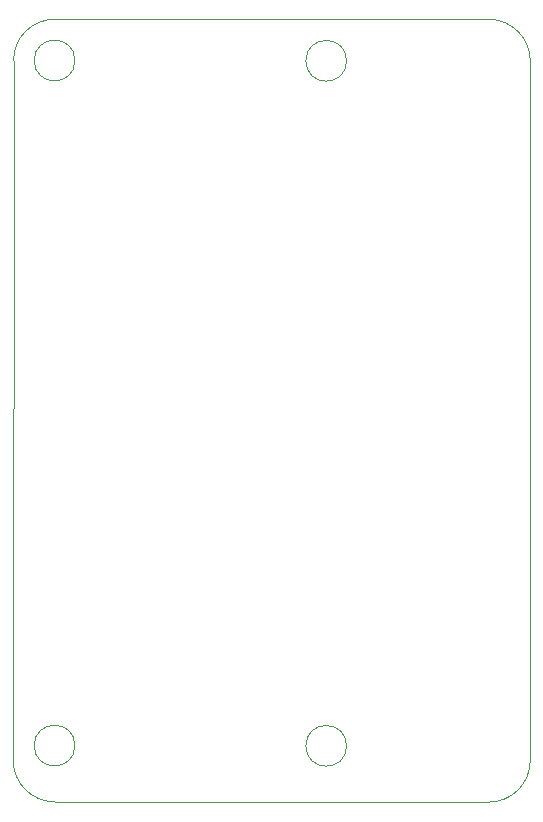
<source format=gbr>
%TF.GenerationSoftware,KiCad,Pcbnew,9.0.7-unknown-1000.20260124git33f2886.fc43*%
%TF.CreationDate,2026-02-08T17:52:11-08:00*%
%TF.ProjectId,Telemetry-Logging-Board,54656c65-6d65-4747-9279-2d4c6f676769,2.0*%
%TF.SameCoordinates,Original*%
%TF.FileFunction,Profile,NP*%
%FSLAX46Y46*%
G04 Gerber Fmt 4.6, Leading zero omitted, Abs format (unit mm)*
G04 Created by KiCad (PCBNEW 9.0.7-unknown-1000.20260124git33f2886.fc43) date 2026-02-08 17:52:11*
%MOMM*%
%LPD*%
G01*
G04 APERTURE LIST*
%TA.AperFunction,Profile*%
%ADD10C,0.050000*%
%TD*%
%TA.AperFunction,Profile*%
%ADD11C,0.100000*%
%TD*%
G04 APERTURE END LIST*
D10*
X121500000Y-90526357D02*
X121525190Y-31250000D01*
X121525190Y-31249951D02*
G75*
G02*
X125013490Y-27750227I3474810J24851D01*
G01*
D11*
X126724873Y-31239873D02*
G75*
G02*
X123275125Y-31239873I-1724874J0D01*
G01*
X123275125Y-31239873D02*
G75*
G02*
X126724873Y-31239873I1724874J0D01*
G01*
X126724874Y-89239874D02*
G75*
G02*
X123275126Y-89239874I-1724874J0D01*
G01*
X123275126Y-89239874D02*
G75*
G02*
X126724874Y-89239874I1724874J0D01*
G01*
D10*
X125000000Y-94000000D02*
G75*
G02*
X121499990Y-90525036I0J3500100D01*
G01*
X125013490Y-27750181D02*
X161750000Y-27750000D01*
D11*
X149724875Y-31264999D02*
G75*
G02*
X146275127Y-31264999I-1724874J0D01*
G01*
X146275127Y-31264999D02*
G75*
G02*
X149724875Y-31264999I1724874J0D01*
G01*
X149724874Y-89265000D02*
G75*
G02*
X146275126Y-89265000I-1724874J0D01*
G01*
X146275126Y-89265000D02*
G75*
G02*
X149724874Y-89265000I1724874J0D01*
G01*
D10*
X161750000Y-27750000D02*
G75*
G02*
X165275009Y-31249797I0J-3525100D01*
G01*
X161757398Y-94029209D02*
X125000000Y-94000000D01*
X165270986Y-90504019D02*
G75*
G02*
X161757398Y-94029149I-3499986J-25081D01*
G01*
X165275039Y-31250000D02*
X165270986Y-90504140D01*
M02*

</source>
